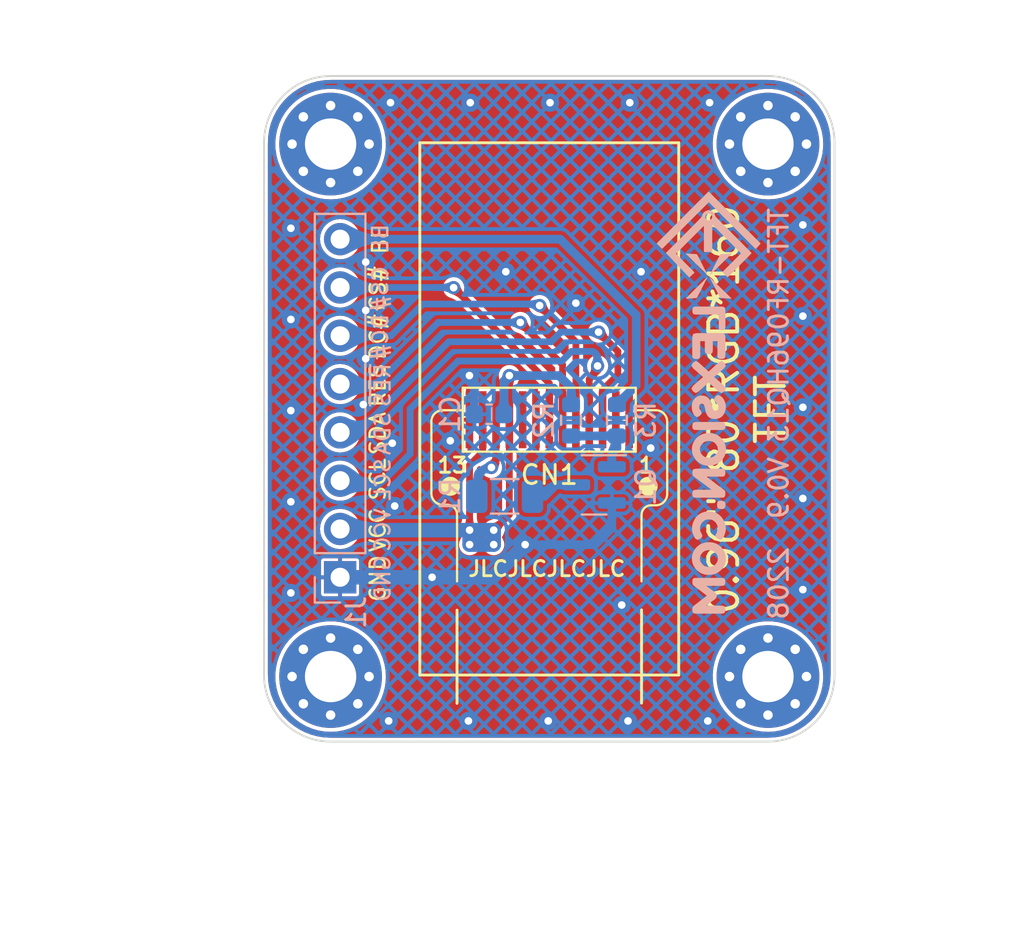
<source format=kicad_pcb>
(kicad_pcb (version 20211014) (generator pcbnew)
  (title_block (title "TFT_ST7735_RF096HQ13") (rev "V0.9") (company "lexsion.net"))
  (layers (0 "F.Cu" signal) (31 "B.Cu" signal) (34 "B.Paste" user) (35 "F.Paste" user) (36 "B.SilkS" user "B.Silkscreen") (37 "F.SilkS" user "F.Silkscreen") (38 "B.Mask" user) (39 "F.Mask" user) (44 "Edge.Cuts" user))
  (net 0 "")
  (net 1 "VCC")
  (net 2 "GND")
  (net 5 "/SDA")
  (net 6 "/SCL")
  (net 7 "/DC")
  (net 8 "/~{RES}")
  (net 9 "/~{CS}")
  (net 11 "Net-(CN1-Pad11)")
  (net 12 "/BL")
  (net 13 "Net-(Q1-Pad1)")
  (net 14 "Net-(Q1-Pad3)")
  (footprint "Lex_LCM_Solder:LCM_Solder_13Pin_0.7mm" (layer "F.Cu") (at 114.119 61.0715)
    (fp_text reference "CN1")
    (fp_text value "TFT_09613")
  )
  (footprint "MountingHole:MountingHole_2.7mm_M2.5_Pad_Via" (layer "F.Cu") (at 102.619 74.577)
    (fp_text reference "REF**" hide)
    (fp_text value "MountingHole_2.7mm_M2.5_Pad_Via")
  )
  (footprint "MountingHole:MountingHole_2.7mm_M2.5_Pad_Via" (layer "F.Cu") (at 125.619 46.577)
    (fp_text reference "REF**" hide)
    (fp_text value "MountingHole_2.7mm_M2.5_Pad_Via")
  )
  (footprint "MountingHole:MountingHole_2.7mm_M2.5_Pad_Via" (layer "F.Cu") (at 125.619 74.5772)
    (fp_text reference "REF**" hide)
    (fp_text value "MountingHole_2.7mm_M2.5_Pad_Via")
  )
  (footprint "MountingHole:MountingHole_2.7mm_M2.5_Pad_Via" (layer "F.Cu") (at 102.619 46.577)
    (fp_text reference "REF**" hide)
    (fp_text value "MountingHole_2.7mm_M2.5_Pad_Via")
  )
  (footprint "Capacitor_SMD:C_0603_1608Metric" (layer "B.Cu") (at 110.957 60.7822 180)
    (fp_text reference "C1")
    (fp_text value "105")
  )
  (footprint "kibuzzard-6211093F" (layer "B.Cu") (at 122.501 63.1952 -90)
    (fp_text reference "kibuzzard-6211093F" hide)
    (fp_text value "G***" hide)
  )
  (footprint "Resistor_SMD:R_0603_1608Metric" (layer "B.Cu") (at 115.262 61.1002 -90)
    (fp_text reference "R2")
    (fp_text value "103")
  )
  (footprint "Connector_PinHeader_2.54mm:PinHeader_1x08_P2.54mm_Vertical" (layer "B.Cu") (at 103.119 69.357)
    (fp_text reference "J1")
    (fp_text value "Conn_01x08_Male")
  )
  (footprint "Lex_LOGO:LexsionFish" (layer "B.Cu") (at 122.501 51.8922 -90)
    (fp_text reference "G***" hide)
    (fp_text value "LOGO" hide)
  )
  (footprint "Package_TO_SOT_SMD:SOT-23" (layer "B.Cu") (at 116.471 64.4982 180)
    (fp_text reference "Q1")
    (fp_text value "S8050")
  )
  (footprint "Resistor_SMD:R_1206_3216Metric" (layer "B.Cu") (at 111.7715 65.1002)
    (fp_text reference "R1")
    (fp_text value "101")
  )
  (footprint "Resistor_SMD:R_0603_1608Metric" (layer "B.Cu") (at 117.675 61.0992 -90)
    (fp_text reference "R3")
    (fp_text value "102")
  )
  (gr_line (start 107.3118 62.9666) (end 107.3118 46.5074) (layer "F.SilkS") (width 0.15))
  (gr_line (start 120.9262 62.9666) (end 120.9262 74.4982) (layer "F.SilkS") (width 0.15))
  (gr_line (start 120.9262 62.9666) (end 120.9262 46.5074) (layer "F.SilkS") (width 0.15))
  (gr_line (start 118.9704 71.0715) (end 118.9704 75.9737) (layer "F.SilkS") (width 0.15))
  (gr_line (start 107.3118 74.4982) (end 120.9262 74.4982) (layer "F.SilkS") (width 0.15))
  (gr_line (start 109.2676 71.0856) (end 109.2676 75.9878) (layer "F.SilkS") (width 0.15))
  (gr_line (start 107.3118 62.9666) (end 107.3118 74.4982) (layer "F.SilkS") (width 0.15))
  (gr_line (start 120.9262 46.5074) (end 107.3118 46.5074) (layer "F.SilkS") (width 0.15))
  (gr_arc (start 129.119 74.4982) (mid 128.093874 76.973074) (end 125.619 77.9982) (layer "Edge.Cuts") (width 0.1))
  (gr_arc (start 102.619 77.9982) (mid 100.144126 76.973074) (end 99.119 74.4982) (layer "Edge.Cuts") (width 0.1))
  (gr_line (start 99.119 74.4982) (end 99.119 46.4982) (layer "Edge.Cuts") (width 0.1))
  (gr_arc (start 99.119 46.4982) (mid 100.144126 44.023326) (end 102.619 42.9982) (layer "Edge.Cuts") (width 0.1))
  (gr_line (start 125.619 77.9982) (end 102.619 77.9982) (layer "Edge.Cuts") (width 0.1))
  (gr_arc (start 125.619 42.9982) (mid 128.093874 44.023326) (end 129.119 46.4982) (layer "Edge.Cuts") (width 0.1))
  (gr_line (start 102.619 42.9982) (end 125.619 42.9982) (layer "Edge.Cuts") (width 0.1))
  (gr_line (start 129.119 46.4982) (end 129.119 74.4982) (layer "Edge.Cuts") (width 0.1))
  (gr_text "~{RES}" (at 105.356 59.2582 90) (layer "B.SilkS") (effects (font (size 0.8 0.8) (thickness 0.12)) (justify mirror)))
  (gr_text "GND" (at 105.356 69.4182 90) (layer "B.SilkS") (effects (font (size 0.8 0.8) (thickness 0.12)) (justify mirror)))
  (gr_text "CS#" (at 105.229 54.1782 90) (layer "B.SilkS") (effects (font (size 0.8 0.8) (thickness 0.12)) (justify mirror)))
  (gr_text "SDA" (at 105.356 61.7982 90) (layer "B.SilkS") (effects (font (size 0.8 0.8) (thickness 0.12)) (justify mirror)))
  (gr_text "DC#" (at 105.229 56.7182 90) (layer "B.SilkS") (effects (font (size 0.8 0.8) (thickness 0.12)) (justify mirror)))
  (gr_text "TFT-RF096HQ13 ${REVISION}" (at 126.184 58.1152 90) (layer "B.SilkS") (effects (font (size 1 1)) (justify mirror)))
  (gr_text "VCC" (at 105.356 66.8782 90) (layer "B.SilkS") (effects (font (size 0.8 0.8) (thickness 0.12)) (justify mirror)))
  (gr_text "SCL" (at 105.356 64.2112 90) (layer "B.SilkS") (effects (font (size 0.8 0.8) (thickness 0.12)) (justify mirror)))
  (gr_text "2208" (at 126.184 69.6722 90) (layer "B.SilkS") (effects (font (size 1 1)) (justify mirror)))
  (gr_text "BL" (at 105.229 51.5112 90) (layer "B.SilkS") (effects (font (size 0.8 0.8) (thickness 0.12)) (justify mirror)))
  (gr_text "CS#" (at 105.102 54.1782 90) (layer "F.SilkS") (effects (font (size 0.8 0.8) (thickness 0.12))))
  (gr_text "GND" (at 105.102 69.4182 90) (layer "F.SilkS") (effects (font (size 0.8 0.8) (thickness 0.12))))
  (gr_text "JLCJLCJLCJLC" (at 113.992 68.9102) (layer "F.SilkS") (effects (font (size 0.8 0.8))))
  (gr_text "0.96{dblquote} 80*RGB*160\nTFT" (at 124.533 60.5282 90) (layer "F.SilkS") (effects (font (size 1.524 1.524) (thickness 0.2032))))
  (gr_text "~{RES}" (at 105.102 59.2582 90) (layer "F.SilkS") (effects (font (size 0.8 0.8) (thickness 0.12))))
  (gr_text "VCC" (at 105.102 66.8782 90) (layer "F.SilkS") (effects (font (size 0.8 0.8) (thickness 0.12))))
  (gr_text "DC#" (at 105.098952 56.7182 90) (layer "F.SilkS") (effects (font (size 0.8 0.8) (thickness 0.12))))
  (gr_text "SCL" (at 105.10199 64.211201 90) (layer "F.SilkS") (effects (font (size 0.8 0.8) (thickness 0.12))))
  (gr_text "BL" (at 105.229 51.6382 90) (layer "F.SilkS") (effects (font (size 0.8 0.8) (thickness 0.12))))
  (gr_text "SDA" (at 105.102 61.7982 90) (layer "F.SilkS") (effects (font (size 0.8 0.8) (thickness 0.12))))
  (segment (start 110.619 62.7582) (end 110.619 61.0715) (width 0.3556) (layer "F.Cu") (net 1))
  (segment (start 109.928 66.8782) (end 109.928 67.6402) (width 0.3556) (layer "F.Cu") (net 1))
  (segment (start 112.019 61.0715) (end 112.019 66.0572) (width 0.3556) (layer "F.Cu") (net 1))
  (segment (start 112.019 66.0572) (end 111.198 66.8782) (width 0.3556) (layer "F.Cu") (net 1))
  (segment (start 111.198 66.8782) (end 111.198 67.6402) (width 0.3556) (layer "F.Cu") (net 1))
  (segment (start 110.619 62.7582) (end 109.928 63.4492) (width 0.3556) (layer "F.Cu") (net 1))
  (segment (start 112.019 61.0715) (end 112.019 58.7502) (width 0.3556) (layer "F.Cu") (net 1))
  (segment (start 109.928 63.4492) (end 109.928 66.8782) (width 0.3556) (layer "F.Cu") (net 1))
  (via (at 109.928 66.8782) (size 0.7) (drill 0.4) (layers "F.Cu" "B.Cu") (net 1))
  (via (at 109.928 67.6402) (size 0.7) (drill 0.4) (layers "F.Cu" "B.Cu") (net 1))
  (via (at 112.019 58.7502) (size 0.7) (drill 0.4) (layers "F.Cu" "B.Cu") (net 1))
  (via (at 111.198 66.8782) (size 0.7) (drill 0.4) (layers "F.Cu" "B.Cu") (net 1))
  (via (at 111.198 67.6402) (size 0.7) (drill 0.4) (layers "F.Cu" "B.Cu") (net 1))
  (segment (start 114.627 58.7502) (end 115.262 59.3852) (width 0.4572) (layer "B.Cu") (net 1))
  (segment (start 111.732 60.7822) (end 111.732 59.0372) (width 0.4572) (layer "B.Cu") (net 1))
  (segment (start 111.732 59.0372) (end 112.019 58.7502) (width 0.4572) (layer "B.Cu") (net 1))
  (segment (start 111.198 66.8782) (end 104.5772 66.8782) (width 0.762) (layer "B.Cu") (net 1))
  (segment (start 109.928 66.8782) (end 109.928 67.6402) (width 0.762) (layer "B.Cu") (net 1))
  (segment (start 104.516 66.817) (end 103.119 66.817) (width 0.762) (layer "B.Cu") (net 1))
  (segment (start 104.5772 66.8782) (end 104.516 66.817) (width 0.762) (layer "B.Cu") (net 1))
  (segment (start 112.019 58.7502) (end 114.627 58.7502) (width 0.4572) (layer "B.Cu") (net 1))
  (segment (start 109.928 67.6402) (end 111.198 67.6402) (width 0.762) (layer "B.Cu") (net 1))
  (segment (start 115.262 59.3852) (end 115.262 60.2752) (width 0.4572) (layer "B.Cu") (net 1))
  (segment (start 111.198 66.8782) (end 111.198 67.6402) (width 0.762) (layer "B.Cu") (net 1))
  (segment (start 113.419 61.0715) (end 113.419 67.0702) (width 0.3556) (layer "F.Cu") (net 2))
  (segment (start 109.919 58.7412) (end 109.674 58.4962) (width 0.762) (layer "F.Cu") (net 2))
  (segment (start 108.785 58.4962) (end 107.9572 59.324) (width 0.762) (layer "F.Cu") (net 2))
  (segment (start 113.419 67.0702) (end 112.849 67.6402) (width 0.3556) (layer "F.Cu") (net 2))
  (segment (start 109.919 58.7502) (end 109.919 58.7412) (width 0.762) (layer "F.Cu") (net 2))
  (segment (start 109.919 61.0715) (end 109.919 58.7502) (width 0.3556) (layer "F.Cu") (net 2))
  (segment (start 109.674 58.4962) (end 108.785 58.4962) (width 0.762) (layer "F.Cu") (net 2))
  (segment (start 107.9572 59.324) (end 107.9572 69.357) (width 0.762) (layer "F.Cu") (net 2))
  (via (at 100.53 51.0032) (size 0.7) (drill 0.4) (layers "F.Cu" "B.Cu") (net 2))
  (via (at 127.454 65.211325) (size 0.7) (drill 0.4) (layers "F.Cu" "B.Cu") (net 2))
  (via (at 108.912 62.1792) (size 0.7) (drill 0.4) (layers "F.Cu" "B.Cu") (net 2))
  (via (at 119.453 62.5602) (size 0.7) (drill 0.4) (layers "F.Cu" "B.Cu") (net 2))
  (via (at 104.467 55.3212) (size 0.7) (drill 0.4) (layers "F.Cu" "B.Cu") (net 2))
  (via (at 111.833 53.2892) (size 0.7) (drill 0.4) (layers "F.Cu" "B.Cu") (net 2))
  (via (at 100.53 70.1802) (size 0.7) (drill 0.4) (layers "F.Cu" "B.Cu") (net 2))
  (via (at 109.868468 76.9112) (size 0.7) (drill 0.4) (layers "F.Cu" "B.Cu") (net 2))
  (via (at 109.919 58.7502) (size 0.7) (drill 0.4) (layers "F.Cu" "B.Cu") (net 2))
  (via (at 104.34 60.2742) (size 0.7) (drill 0.4) (layers "F.Cu" "B.Cu") (net 2))
  (via (at 122.453375 76.9112) (size 0.7) (drill 0.4) (layers "F.Cu" "B.Cu") (net 2))
  (via (at 107.9572 69.357) (size 0.7) (drill 0.4) (layers "F.Cu" "B.Cu") (net 2))
  (via (at 127.454 70.005575) (size 0.7) (drill 0.4) (layers "F.Cu" "B.Cu") (net 2))
  (via (at 104.467 57.8612) (size 0.7) (drill 0.4) (layers "F.Cu" "B.Cu") (net 2))
  (via (at 100.53 60.5917) (size 0.7) (drill 0.4) (layers "F.Cu" "B.Cu") (net 2))
  (via (at 105.991 65.6082) (size 0.7) (drill 0.4) (layers "F.Cu" "B.Cu") (net 2))
  (via (at 127.454 60.417075) (size 0.7) (drill 0.4) (layers "F.Cu" "B.Cu") (net 2))
  (via (at 114.158686 44.3992) (size 0.7) (drill 0.4) (layers "F.Cu" "B.Cu") (net 2))
  (via (at 112.849 67.6402) (size 0.7) (drill 0.4) (layers "F.Cu" "B.Cu") (net 2))
  (via (at 127.454 55.622825) (size 0.7) (drill 0.4) (layers "F.Cu" "B.Cu") (net 2))
  (via (at 117.929 70.8152) (size 0.7) (drill 0.4) (layers "F.Cu" "B.Cu") (net 2))
  (via (at 109.963718 44.3992) (size 0.7) (drill 0.4) (layers "F.Cu" "B.Cu") (net 2))
  (via (at 105.864 62.3062) (size 0.7) (drill 0.4) (layers "F.Cu" "B.Cu") (net 2))
  (via (at 118.258404 76.9112) (size 0.7) (drill 0.4) (layers "F.Cu" "B.Cu") (net 2))
  (via (at 100.53 55.79745) (size 0.7) (drill 0.4) (layers "F.Cu" "B.Cu") (net 2))
  (via (at 127.454 50.828575) (size 0.7) (drill 0.4) (layers "F.Cu" "B.Cu") (net 2))
  (via (at 100.53 65.38595) (size 0.7) (drill 0.4) (layers "F.Cu" "B.Cu") (net 2))
  (via (at 105.76875 44.3992) (size 0.7) (drill 0.4) (layers "F.Cu" "B.Cu") (net 2))
  (via (at 104.467 52.7812) (size 0.7) (drill 0.4) (layers "F.Cu" "B.Cu") (net 2))
  (via (at 105.6735 76.9112) (size 0.7) (drill 0.4) (layers "F.Cu" "B.Cu") (net 2))
  (via (at 118.353654 44.3992) (size 0.7) (drill 0.4) (layers "F.Cu" "B.Cu") (net 2))
  (via (at 115.516 54.9402) (size 0.7) (drill 0.4) (layers "F.Cu" "B.Cu") (net 2))
  (via (at 118.945 53.2892) (size 0.7) (drill 0.4) (layers "F.Cu" "B.Cu") (net 2))
  (via (at 122.548625 44.3992) (size 0.7) (drill 0.4) (layers "F.Cu" "B.Cu") (net 2))
  (via (at 114.063436 76.9112) (size 0.7) (drill 0.4) (layers "F.Cu" "B.Cu") (net 2))
  (segment (start 112.849 67.6402) (end 111.1322 69.357) (width 0.762) (layer "B.Cu") (net 2))
  (segment (start 107.9572 69.357) (end 105.9252 69.357) (width 0.762) (layer "B.Cu") (net 2))
  (segment (start 111.1322 69.357) (end 107.9572 69.357) (width 0.762) (layer "B.Cu") (net 2))
  (segment (start 116.532 67.6402) (end 112.849 67.6402) (width 0.4572) (layer "B.Cu") (net 2))
  (segment (start 117.4085 66.7637) (end 116.532 67.6402) (width 0.4572) (layer "B.Cu") (net 2))
  (segment (start 117.4085 65.4482) (end 117.4085 66.7637) (width 0.4572) (layer "B.Cu") (net 2))
  (segment (start 105.9252 69.357) (end 103.119 69.357) (width 0.762) (layer "B.Cu") (net 2))
  (segment (start 110.182 59.0132) (end 109.919 58.7502) (width 0.4572) (layer "B.Cu") (net 2))
  (segment (start 110.182 60.7822) (end 110.182 59.0132) (width 0.4572) (layer "B.Cu") (net 2))
  (segment (start 117.7258 58.6994) (end 116.919 59.5062) (width 0.3556) (layer "F.Cu") (net 5))
  (segment (start 116.7098 56.4642) (end 117.7258 57.4802) (width 0.3556) (layer "F.Cu") (net 5))
  (segment (start 116.919 59.5062) (end 116.919 61.0715) (width 0.3556) (layer "F.Cu") (net 5))
  (segment (start 117.7258 57.4802) (end 117.7258 58.6994) (width 0.3556) (layer "F.Cu") (net 5))
  (via (at 116.7098 56.4642) (size 0.7) (drill 0.4) (layers "F.Cu" "B.Cu") (net 5))
  (segment (start 114.7286 56.4642) (end 114.2206 56.9722) (width 0.3556) (layer "B.Cu") (net 5))
  (segment (start 108.8358 56.9722) (end 104.071 61.737) (width 0.3556) (layer "B.Cu") (net 5))
  (segment (start 114.2206 56.9722) (end 108.8358 56.9722) (width 0.3556) (layer "B.Cu") (net 5))
  (segment (start 104.071 61.737) (end 103.119 61.737) (width 0.3556) (layer "B.Cu") (net 5))
  (segment (start 116.7098 56.4642) (end 114.7286 56.4642) (width 0.3556) (layer "B.Cu") (net 5))
  (segment (start 116.659 58.2422) (end 116.659 58.4962) (width 0.3556) (layer "F.Cu") (net 6))
  (segment (start 116.659 58.4962) (end 116.219 58.9362) (width 0.3556) (layer "F.Cu") (net 6))
  (segment (start 116.219 58.9362) (end 116.219 61.0715) (width 0.3556) (layer "F.Cu") (net 6))
  (via (at 116.659 58.2422) (size 0.7) (drill 0.4) (layers "F.Cu" "B.Cu") (net 6))
  (segment (start 116.405 57.4802) (end 115.2874 57.4802) (width 0.3556) (layer "B.Cu") (net 6))
  (segment (start 115.2874 57.4802) (end 114.7794 57.9882) (width 0.3556) (layer "B.Cu") (net 6))
  (segment (start 106.8038 62.865) (end 105.3918 64.277) (width 0.3556) (layer "B.Cu") (net 6))
  (segment (start 109.3184 57.9882) (end 106.8038 60.5028) (width 0.3556) (layer "B.Cu") (net 6))
  (segment (start 116.659 57.7342) (end 116.405 57.4802) (width 0.3556) (layer "B.Cu") (net 6))
  (segment (start 114.7794 57.9882) (end 109.3184 57.9882) (width 0.3556) (layer "B.Cu") (net 6))
  (segment (start 116.659 58.2422) (end 116.659 57.7342) (width 0.3556) (layer "B.Cu") (net 6))
  (segment (start 105.3918 64.277) (end 103.119 64.277) (width 0.3556) (layer "B.Cu") (net 6))
  (segment (start 106.8038 60.5028) (end 106.8038 62.865) (width 0.3556) (layer "B.Cu") (net 6))
  (segment (start 115.519 56.9752) (end 115.519 61.0715) (width 0.3556) (layer "F.Cu") (net 7))
  (segment (start 113.611 55.0672) (end 115.519 56.9752) (width 0.3556) (layer "F.Cu") (net 7))
  (via (at 113.611 55.0672) (size 0.7) (drill 0.4) (layers "F.Cu" "B.Cu") (net 7))
  (segment (start 107.4642 54.991) (end 105.7982 56.657) (width 0.3556) (layer "B.Cu") (net 7))
  (segment (start 105.7982 56.657) (end 103.119 56.657) (width 0.3556) (layer "B.Cu") (net 7))
  (segment (start 113.611 55.0672) (end 113.5348 54.991) (width 0.3556) (layer "B.Cu") (net 7))
  (segment (start 113.5348 54.991) (end 107.4642 54.991) (width 0.3556) (layer "B.Cu") (net 7))
  (segment (start 112.595 55.9562) (end 114.819 58.1802) (width 0.3556) (layer "F.Cu") (net 8))
  (segment (start 114.819 58.1802) (end 114.819 61.0715) (width 0.3556) (layer "F.Cu") (net 8))
  (via (at 112.595 55.9562) (size 0.7) (drill 0.4) (layers "F.Cu" "B.Cu") (net 8))
  (segment (start 108.277 55.9562) (end 105.0362 59.197) (width 0.3556) (layer "B.Cu") (net 8))
  (segment (start 105.0362 59.197) (end 103.119 59.197) (width 0.3556) (layer "B.Cu") (net 8))
  (segment (start 112.595 55.9562) (end 108.277 55.9562) (width 0.3556) (layer "B.Cu") (net 8))
  (segment (start 114.119 59.1566) (end 114.119 61.0715) (width 0.3556) (layer "F.Cu") (net 9))
  (segment (start 109.0898 54.1274) (end 114.119 59.1566) (width 0.3556) (layer "F.Cu") (net 9))
  (via (at 109.0898 54.1274) (size 0.7) (drill 0.4) (layers "F.Cu" "B.Cu") (net 9))
  (segment (start 109.0898 54.1274) (end 109.0794 54.117) (width 0.3556) (layer "B.Cu") (net 9))
  (segment (start 109.0794 54.117) (end 103.119 54.117) (width 0.3556) (layer "B.Cu") (net 9))
  (segment (start 111.319 61.0715) (end 111.319 63.340758) (width 0.3556) (layer "F.Cu") (net 11))
  (segment (start 111.319 63.340758) (end 111.077279 63.582479) (width 0.3556) (layer "F.Cu") (net 11))
  (via (at 111.077279 63.582479) (size 0.7) (drill 0.4) (layers "F.Cu" "B.Cu") (net 11))
  (segment (start 111.077279 63.582479) (end 110.810721 63.582479) (width 0.3556) (layer "B.Cu") (net 11))
  (segment (start 110.309 64.0842) (end 110.309 65.1002) (width 0.3556) (layer "B.Cu") (net 11))
  (segment (start 110.810721 63.582479) (end 110.309 64.0842) (width 0.3556) (layer "B.Cu") (net 11))
  (segment (start 118.691 55.5752) (end 114.6928 51.577) (width 0.4572) (layer "B.Cu") (net 12))
  (segment (start 114.6928 51.577) (end 103.119 51.577) (width 0.4572) (layer "B.Cu") (net 12))
  (segment (start 117.675 60.2742) (end 118.691 59.2582) (width 0.4572) (layer "B.Cu") (net 12))
  (segment (start 118.691 59.2582) (end 118.691 55.5752) (width 0.4572) (layer "B.Cu") (net 12))
  (segment (start 117.4085 63.5482) (end 117.4085 62.8267) (width 0.4572) (layer "B.Cu") (net 13))
  (segment (start 115.262 61.9252) (end 117.674 61.9252) (width 0.4572) (layer "B.Cu") (net 13))
  (segment (start 117.674 61.9252) (end 117.675 61.9242) (width 0.4572) (layer "B.Cu") (net 13))
  (segment (start 117.675 62.5602) (end 117.675 61.9242) (width 0.4572) (layer "B.Cu") (net 13))
  (segment (start 117.4085 62.8267) (end 117.675 62.5602) (width 0.4572) (layer "B.Cu") (net 13))
  (segment (start 114.467 64.4982) (end 113.865 65.1002) (width 0.4572) (layer "B.Cu") (net 14))
  (segment (start 113.865 65.1002) (end 113.234 65.1002) (width 0.4572) (layer "B.Cu") (net 14))
  (segment (start 115.5335 64.4982) (end 114.467 64.4982) (width 0.4572) (layer "B.Cu") (net 14))
  (zone (net 6) (net_name "/SCL") (layer "F.Cu") (priority 16962) (connect_pads yes (clearance 0)) (min_thickness 0.0254) (fill yes (thermal_gap 0.508) (thermal_bridge_width 0.508))
    (polygon (pts (xy 116.3968 59.073946) (xy 116.405944 58.966209) (xy 116.431658 58.880544) (xy 116.471362 58.812625) (xy 116.522474 58.758123) (xy 116.582415 58.712711) (xy 116.648606 58.672062) (xy 116.718465 58.631848) (xy 116.789412 58.587741) (xy 116.858868 58.535415) (xy 116.924253 58.470542) (xy 116.703943 58.07307) (xy 116.315385 58.308746) (xy 116.322668 58.396449) (xy 116.310511 58.471386) (xy 116.283312 58.537412) (xy 116.245468 58.598383) (xy 116.20138 58.658153) (xy 116.155444 58.720579) (xy 116.11206 58.789516) (xy 116.075625 58.868819) (xy 116.050539 58.962343) (xy 116.0412 59.073946)))
  )
  (zone (net 1) (net_name "VCC") (layer "F.Cu") (priority 16962) (connect_pads yes (clearance 0)) (min_thickness 0.0254) (fill yes (thermal_gap 0.508) (thermal_bridge_width 0.508))
    (polygon (pts (xy 111.226425 66.598328) (xy 111.139375 66.695902) (xy 111.077173 66.78743) (xy 111.034893 66.874457) (xy 111.007609 66.958532) (xy 110.990396 67.041202) (xy 110.978329 67.124014) (xy 110.96648 67.208516) (xy 110.949927 67.296256) (xy 110.923741 67.388781) (xy 110.883 67.487639) (xy 111.198 67.8152) (xy 111.513 67.487639) (xy 111.478961 67.420219) (xy 111.445066 67.35503) (xy 111.413804 67.291539) (xy 111.387664 67.229211) (xy 111.369139 67.167513) (xy 111.360717 67.10591) (xy 111.364889 67.043868) (xy 111.384145 66.980855) (xy 111.420976 66.916335) (xy 111.477872 66.849775)))
  )
  (zone (net 1) (net_name "VCC") (layer "F.Cu") (priority 16962) (connect_pads yes (clearance 0)) (min_thickness 0.0254) (fill yes (thermal_gap 0.508) (thermal_bridge_width 0.508))
    (polygon (pts (xy 112.1968 59.7202) (xy 112.196755 59.604627) (xy 112.197251 59.504572) (xy 112.199232 59.417033) (xy 112.203642 59.339013) (xy 112.211425 59.267509) (xy 112.223527 59.199524) (xy 112.240891 59.132056) (xy 112.264461 59.062106) (xy 112.295183 58.986674) (xy 112.334 58.902761) (xy 112.019 58.5752) (xy 111.704 58.902761) (xy 111.742816 58.986674) (xy 111.773538 59.062106) (xy 111.797108 59.132056) (xy 111.814472 59.199524) (xy 111.826574 59.267509) (xy 111.834357 59.339013) (xy 111.838767 59.417033) (xy 111.840748 59.504572) (xy 111.841244 59.604627) (xy 111.8412 59.7202)))
  )
  (zone (net 5) (net_name "/SDA") (layer "F.Cu") (priority 16962) (connect_pads yes (clearance 0)) (min_thickness 0.0254) (fill yes (thermal_gap 0.508) (thermal_bridge_width 0.508))
    (polygon (pts (xy 116.7412 60.5215) (xy 116.741408 60.590135) (xy 116.74193 60.656515) (xy 116.742614 60.719622) (xy 116.743304 60.77844) (xy 116.743848 60.831951) (xy 116.744092 60.87914) (xy 116.743883 60.918988) (xy 116.743067 60.950479) (xy 116.74149 60.972596) (xy 116.739 60.984323) (xy 116.919 61.1715) (xy 117.099 60.984323) (xy 117.096509 60.972596) (xy 117.094932 60.950479) (xy 117.094116 60.918988) (xy 117.093907 60.87914) (xy 117.094151 60.831951) (xy 117.094695 60.77844) (xy 117.095385 60.719622) (xy 117.096069 60.656515) (xy 117.096591 60.590135) (xy 117.0968 60.5215)))
  )
  (zone (net 5) (net_name "/SDA") (layer "F.Cu") (priority 16962) (connect_pads yes (clearance 0)) (min_thickness 0.0254) (fill yes (thermal_gap 0.508) (thermal_bridge_width 0.508))
    (polygon (pts (xy 117.521416 57.024369) (xy 117.439662 56.942678) (xy 117.369263 56.871578) (xy 117.308765 56.808278) (xy 117.256714 56.749991) (xy 117.211657 56.693927) (xy 117.172141 56.637297) (xy 117.136712 56.577312) (xy 117.103917 56.511183) (xy 117.072302 56.436122) (xy 117.040415 56.349339) (xy 116.586057 56.340457) (xy 116.594939 56.794815) (xy 116.681722 56.826702) (xy 116.756783 56.858317) (xy 116.822912 56.891112) (xy 116.882897 56.926541) (xy 116.939527 56.966057) (xy 116.995591 57.011114) (xy 117.053878 57.063165) (xy 117.117178 57.123663) (xy 117.188278 57.194062) (xy 117.269969 57.275816)))
  )
  (zone (net 1) (net_name "VCC") (layer "F.Cu") (priority 16962) (connect_pads yes (clearance 0)) (min_thickness 0.0254) (fill yes (thermal_gap 0.508) (thermal_bridge_width 0.508))
    (polygon (pts (xy 111.758169 66.066584) (xy 111.676478 66.148337) (xy 111.605378 66.218736) (xy 111.542078 66.279234) (xy 111.483791 66.331285) (xy 111.427727 66.376342) (xy 111.371097 66.415858) (xy 111.311112 66.451287) (xy 111.244983 66.484082) (xy 111.169922 66.515697) (xy 111.083139 66.547585) (xy 111.074257 67.001943) (xy 111.528615 66.993061) (xy 111.560502 66.906277) (xy 111.592117 66.831216) (xy 111.624912 66.765087) (xy 111.660341 66.705102) (xy 111.699857 66.648472) (xy 111.744914 66.592408) (xy 111.796965 66.534121) (xy 111.857463 66.470821) (xy 111.927862 66.399721) (xy 112.009616 66.318031)))
  )
  (zone (net 1) (net_name "VCC") (layer "F.Cu") (priority 16962) (connect_pads yes (clearance 0)) (min_thickness 0.0254) (fill yes (thermal_gap 0.508) (thermal_bridge_width 0.508))
    (polygon (pts (xy 111.3758 67.6302) (xy 111.37589 67.553462) (xy 111.376521 67.483157) (xy 111.378229 67.41888) (xy 111.381552 67.360229) (xy 111.387028 67.306799) (xy 111.395195 67.258189) (xy 111.40659 67.213995) (xy 111.421751 67.173814) (xy 111.441217 67.137242) (xy 111.465524 67.103878) (xy 111.198 66.7032) (xy 110.930476 67.103878) (xy 110.954782 67.137242) (xy 110.974248 67.173814) (xy 110.989409 67.213995) (xy 111.000804 67.258189) (xy 111.008971 67.306799) (xy 111.014447 67.360229) (xy 111.01777 67.41888) (xy 111.019478 67.483157) (xy 111.020109 67.553462) (xy 111.0202 67.6302)))
  )
  (zone (net 1) (net_name "VCC") (layer "F.Cu") (priority 16962) (connect_pads yes (clearance 0)) (min_thickness 0.0254) (fill yes (thermal_gap 0.508) (thermal_bridge_width 0.508))
    (polygon (pts (xy 110.1058 67.6302) (xy 110.10589 67.553462) (xy 110.106521 67.483157) (xy 110.108229 67.41888) (xy 110.111552 67.360229) (xy 110.117028 67.306799) (xy 110.125195 67.258189) (xy 110.13659 67.213995) (xy 110.151751 67.173814) (xy 110.171217 67.137242) (xy 110.195524 67.103878) (xy 109.928 66.7032) (xy 109.660476 67.103878) (xy 109.684782 67.137242) (xy 109.704248 67.173814) (xy 109.719409 67.213995) (xy 109.730804 67.258189) (xy 109.738971 67.306799) (xy 109.744447 67.360229) (xy 109.74777 67.41888) (xy 109.749478 67.483157) (xy 109.750109 67.553462) (xy 109.7502 67.6302)))
  )
  (zone (net 6) (net_name "/SCL") (layer "F.Cu") (priority 16962) (connect_pads yes (clearance 0)) (min_thickness 0.0254) (fill yes (thermal_gap 0.508) (thermal_bridge_width 0.508))
    (polygon (pts (xy 116.0412 60.5215) (xy 116.041408 60.590135) (xy 116.04193 60.656515) (xy 116.042614 60.719622) (xy 116.043304 60.77844) (xy 116.043848 60.831951) (xy 116.044092 60.87914) (xy 116.043883 60.918988) (xy 116.043067 60.950479) (xy 116.04149 60.972596) (xy 116.039 60.984323) (xy 116.219 61.1715) (xy 116.399 60.984323) (xy 116.396509 60.972596) (xy 116.394932 60.950479) (xy 116.394116 60.918988) (xy 116.393907 60.87914) (xy 116.394151 60.831951) (xy 116.394695 60.77844) (xy 116.395385 60.719622) (xy 116.396069 60.656515) (xy 116.396591 60.590135) (xy 116.3968 60.5215)))
  )
  (zone (net 1) (net_name "VCC") (layer "F.Cu") (priority 16962) (connect_pads yes (clearance 0)) (min_thickness 0.0254) (fill yes (thermal_gap 0.508) (thermal_bridge_width 0.508))
    (polygon (pts (xy 109.7502 65.9082) (xy 109.750244 66.023772) (xy 109.749748 66.123827) (xy 109.747767 66.211366) (xy 109.743357 66.289386) (xy 109.735574 66.36089) (xy 109.723472 66.428875) (xy 109.706108 66.496343) (xy 109.682538 66.566293) (xy 109.651816 66.641725) (xy 109.613 66.725639) (xy 109.928 67.0532) (xy 110.243 66.725639) (xy 110.204183 66.641725) (xy 110.173461 66.566293) (xy 110.149891 66.496343) (xy 110.132527 66.428875) (xy 110.120425 66.36089) (xy 110.112642 66.289386) (xy 110.108232 66.211366) (xy 110.106251 66.123827) (xy 110.105755 66.023772) (xy 110.1058 65.9082)))
  )
  (zone (net 8) (net_name "/~{RES}") (layer "F.Cu") (priority 16962) (connect_pads yes (clearance 0)) (min_thickness 0.0254) (fill yes (thermal_gap 0.508) (thermal_bridge_width 0.508))
    (polygon (pts (xy 114.6412 60.5215) (xy 114.641408 60.590135) (xy 114.64193 60.656515) (xy 114.642614 60.719622) (xy 114.643304 60.77844) (xy 114.643848 60.831951) (xy 114.644092 60.87914) (xy 114.643883 60.918988) (xy 114.643067 60.950479) (xy 114.64149 60.972596) (xy 114.639 60.984323) (xy 114.819 61.1715) (xy 114.999 60.984323) (xy 114.996509 60.972596) (xy 114.994932 60.950479) (xy 114.994116 60.918988) (xy 114.993907 60.87914) (xy 114.994151 60.831951) (xy 114.994695 60.77844) (xy 114.995385 60.719622) (xy 114.996069 60.656515) (xy 114.996591 60.590135) (xy 114.9968 60.5215)))
  )
  (zone (net 9) (net_name "/~{CS}") (layer "F.Cu") (priority 16962) (connect_pads yes (clearance 0)) (min_thickness 0.0254) (fill yes (thermal_gap 0.508) (thermal_bridge_width 0.508))
    (polygon (pts (xy 113.9412 60.5215) (xy 113.941408 60.590135) (xy 113.94193 60.656515) (xy 113.942614 60.719622) (xy 113.943304 60.77844) (xy 113.943848 60.831951) (xy 113.944092 60.87914) (xy 113.943883 60.918988) (xy 113.943067 60.950479) (xy 113.94149 60.972596) (xy 113.939 60.984323) (xy 114.119 61.1715) (xy 114.299 60.984323) (xy 114.296509 60.972596) (xy 114.294932 60.950479) (xy 114.294116 60.918988) (xy 114.293907 60.87914) (xy 114.294151 60.831951) (xy 114.294695 60.77844) (xy 114.295385 60.719622) (xy 114.296069 60.656515) (xy 114.296591 60.590135) (xy 114.2968 60.5215)))
  )
  (zone (net 9) (net_name "/~{CS}") (layer "F.Cu") (priority 16962) (connect_pads yes (clearance 0)) (min_thickness 0.0254) (fill yes (thermal_gap 0.508) (thermal_bridge_width 0.508))
    (polygon (pts (xy 109.901416 54.687569) (xy 109.819662 54.605878) (xy 109.749263 54.534778) (xy 109.688765 54.471478) (xy 109.636714 54.413191) (xy 109.591657 54.357127) (xy 109.552141 54.300497) (xy 109.516712 54.240512) (xy 109.483917 54.174383) (xy 109.452302 54.099322) (xy 109.420415 54.012539) (xy 108.966057 54.003657) (xy 108.974939 54.458015) (xy 109.061722 54.489902) (xy 109.136783 54.521517) (xy 109.202912 54.554312) (xy 109.262897 54.589741) (xy 109.319527 54.629257) (xy 109.375591 54.674314) (xy 109.433878 54.726365) (xy 109.497178 54.786863) (xy 109.568278 54.857262) (xy 109.649969 54.939016)))
  )
  (zone (net 1) (net_name "VCC") (layer "F.Cu") (priority 16962) (connect_pads yes (clearance 0)) (min_thickness 0.0254) (fill yes (thermal_gap 0.508) (thermal_bridge_width 0.508))
    (polygon (pts (xy 112.1968 61.6215) (xy 112.196591 61.552864) (xy 112.196069 61.486484) (xy 112.195385 61.423377) (xy 112.194695 61.364559) (xy 112.194151 61.311048) (xy 112.193907 61.263859) (xy 112.194116 61.224011) (xy 112.194932 61.19252) (xy 112.196509 61.170403) (xy 112.199 61.158677) (xy 112.019 60.9715) (xy 111.839 61.158677) (xy 111.84149 61.170403) (xy 111.843067 61.19252) (xy 111.843883 61.224011) (xy 111.844092 61.263859) (xy 111.843848 61.311048) (xy 111.843304 61.364559) (xy 111.842614 61.423377) (xy 111.84193 61.486484) (xy 111.841408 61.552864) (xy 111.8412 61.6215)))
  )
  (zone (net 7) (net_name "/DC") (layer "F.Cu") (priority 16962) (connect_pads yes (clearance 0)) (min_thickness 0.0254) (fill yes (thermal_gap 0.508) (thermal_bridge_width 0.508))
    (polygon (pts (xy 115.3412 60.5215) (xy 115.341408 60.590135) (xy 115.34193 60.656515) (xy 115.342614 60.719622) (xy 115.343304 60.77844) (xy 115.343848 60.831951) (xy 115.344092 60.87914) (xy 115.343883 60.918988) (xy 115.343067 60.950479) (xy 115.34149 60.972596) (xy 115.339 60.984323) (xy 115.519 61.1715) (xy 115.699 60.984323) (xy 115.696509 60.972596) (xy 115.694932 60.950479) (xy 115.694116 60.918988) (xy 115.693907 60.87914) (xy 115.694151 60.831951) (xy 115.694695 60.77844) (xy 115.695385 60.719622) (xy 115.696069 60.656515) (xy 115.696591 60.590135) (xy 115.6968 60.5215)))
  )
  (zone (net 11) (net_name "Net-(CN1-Pad11)") (layer "F.Cu") (priority 16962) (connect_pads yes (clearance 0)) (min_thickness 0.0254) (fill yes (thermal_gap 0.508) (thermal_bridge_width 0.508))
    (polygon (pts (xy 111.4968 61.6215) (xy 111.496591 61.552864) (xy 111.496069 61.486484) (xy 111.495385 61.423377) (xy 111.494695 61.364559) (xy 111.494151 61.311048) (xy 111.493907 61.263859) (xy 111.494116 61.224011) (xy 111.494932 61.19252) (xy 111.496509 61.170403) (xy 111.499 61.158677) (xy 111.319 60.9715) (xy 111.139 61.158677) (xy 111.14149 61.170403) (xy 111.143067 61.19252) (xy 111.143883 61.224011) (xy 111.144092 61.263859) (xy 111.143848 61.311048) (xy 111.143304 61.364559) (xy 111.142614 61.423377) (xy 111.14193 61.486484) (xy 111.141408 61.552864) (xy 111.1412 61.6215)))
  )
  (zone (net 7) (net_name "/DC") (layer "F.Cu") (priority 16962) (connect_pads yes (clearance 0)) (min_thickness 0.0254) (fill yes (thermal_gap 0.508) (thermal_bridge_width 0.508))
    (polygon (pts (xy 114.422616 55.627369) (xy 114.340862 55.545678) (xy 114.270463 55.474578) (xy 114.209965 55.411278) (xy 114.157914 55.352991) (xy 114.112857 55.296927) (xy 114.073341 55.240297) (xy 114.037912 55.180312) (xy 114.005117 55.114183) (xy 113.973502 55.039122) (xy 113.941615 54.952339) (xy 113.487257 54.943457) (xy 113.496139 55.397815) (xy 113.582922 55.429702) (xy 113.657983 55.461317) (xy 113.724112 55.494112) (xy 113.784097 55.529541) (xy 113.840727 55.569057) (xy 113.896791 55.614114) (xy 113.955078 55.666165) (xy 114.018378 55.726663) (xy 114.089478 55.797062) (xy 114.171169 55.878816)))
  )
  (zone (net 1) (net_name "VCC") (layer "F.Cu") (priority 16962) (connect_pads yes (clearance 0)) (min_thickness 0.0254) (fill yes (thermal_gap 0.508) (thermal_bridge_width 0.508))
    (polygon (pts (xy 110.7968 61.6215) (xy 110.796591 61.552864) (xy 110.796069 61.486484) (xy 110.795385 61.423377) (xy 110.794695 61.364559) (xy 110.794151 61.311048) (xy 110.793907 61.263859) (xy 110.794116 61.224011) (xy 110.794932 61.19252) (xy 110.796509 61.170403) (xy 110.799 61.158677) (xy 110.619 60.9715) (xy 110.439 61.158677) (xy 110.44149 61.170403) (xy 110.443067 61.19252) (xy 110.443883 61.224011) (xy 110.444092 61.263859) (xy 110.443848 61.311048) (xy 110.443304 61.364559) (xy 110.442614 61.423377) (xy 110.44193 61.486484) (xy 110.441408 61.552864) (xy 110.4412 61.6215)))
  )
  (zone (net 2) (net_name "GND") (layer "F.Cu") (connect_pads (clearance 0.2032)) (min_thickness 0.1524) (fill yes (thermal_gap 0.1524) (thermal_bridge_width 0.2032))
    (polygon (pts (arc (start 129.119 46.4982) (mid 128.093874 44.023326) (end 125.619 42.9982)) (arc (start 102.619 42.9982) (mid 100.144126 44.023326) (end 99.119 46.4982)) (arc (start 99.119 74.4982) (mid 100.144126 76.973074) (end 102.619 77.9982)) (arc (start 125.619 77.9982) (mid 128.093874 76.973074) (end 129.119 74.4982))))
  )
  (zone (net 8) (net_name "/~{RES}") (layer "F.Cu") (priority 16962) (connect_pads yes (clearance 0)) (min_thickness 0.0254) (fill yes (thermal_gap 0.508) (thermal_bridge_width 0.508))
    (polygon (pts (xy 113.406616 56.516369) (xy 113.324862 56.434678) (xy 113.254463 56.363578) (xy 113.193965 56.300278) (xy 113.141914 56.241991) (xy 113.096857 56.185927) (xy 113.057341 56.129297) (xy 113.021912 56.069312) (xy 112.989117 56.003183) (xy 112.957502 55.928122) (xy 112.925615 55.841339) (xy 112.471257 55.832457) (xy 112.480139 56.286815) (xy 112.566922 56.318702) (xy 112.641983 56.350317) (xy 112.708112 56.383112) (xy 112.768097 56.418541) (xy 112.824727 56.458057) (xy 112.880791 56.503114) (xy 112.939078 56.555165) (xy 113.002378 56.615663) (xy 113.073478 56.686062) (xy 113.155169 56.767816)))
  )
  (zone (net 11) (net_name "Net-(CN1-Pad11)") (layer "F.Cu") (priority 16962) (connect_pads yes (clearance 0)) (min_thickness 0.0254) (fill yes (thermal_gap 0.508) (thermal_bridge_width 0.508))
    (polygon (pts (xy 111.1412 62.690758) (xy 111.141811 62.776857) (xy 111.142523 62.855993) (xy 111.141647 62.928317) (xy 111.137497 62.993982) (xy 111.128387 63.053141) (xy 111.112628 63.105947) (xy 111.088536 63.152551) (xy 111.054422 63.193107) (xy 111.008601 63.227767) (xy 110.949385 63.256684) (xy 110.958545 63.711037) (xy 111.412193 63.684125) (xy 111.44259 63.577418) (xy 111.465283 63.482731) (xy 111.481334 63.39617) (xy 111.491802 63.313842) (xy 111.49775 63.231855) (xy 111.500237 63.146314) (xy 111.500324 63.053327) (xy 111.499073 62.949) (xy 111.497545 62.829442) (xy 111.4968 62.690758)))
  )
  (zone (net 1) (net_name "VCC") (layer "F.Cu") (priority 16962) (connect_pads yes (clearance 0)) (min_thickness 0.0254) (fill yes (thermal_gap 0.508) (thermal_bridge_width 0.508))
    (polygon (pts (xy 109.7502 66.6602) (xy 109.75029 66.777155) (xy 109.749913 66.878422) (xy 109.748091 66.967032) (xy 109.743851 67.046018) (xy 109.736216 67.118413) (xy 109.724212 67.187248) (xy 109.706864 67.255556) (xy 109.683196 67.326369) (xy 109.652233 67.402719) (xy 109.613 67.487639) (xy 109.928 67.8152) (xy 110.243 67.487639) (xy 110.203766 67.402719) (xy 110.172803 67.326369) (xy 110.149135 67.255556) (xy 110.131787 67.187248) (xy 110.119783 67.118413) (xy 110.112148 67.046018) (xy 110.107908 66.967032) (xy 110.106086 66.878422) (xy 110.105709 66.777155) (xy 110.1058 66.6602)))
  )
  (zone (net 1) (net_name "VCC") (layer "F.Cu") (priority 16962) (connect_pads yes (clearance 0)) (min_thickness 0.0254) (fill yes (thermal_gap 0.508) (thermal_bridge_width 0.508))
    (polygon (pts (xy 111.8412 60.5215) (xy 111.841408 60.590135) (xy 111.84193 60.656515) (xy 111.842614 60.719622) (xy 111.843304 60.77844) (xy 111.843848 60.831951) (xy 111.844092 60.87914) (xy 111.843883 60.918988) (xy 111.843067 60.950479) (xy 111.84149 60.972596) (xy 111.839 60.984323) (xy 112.019 61.1715) (xy 112.199 60.984323) (xy 112.196509 60.972596) (xy 112.194932 60.950479) (xy 112.194116 60.918988) (xy 112.193907 60.87914) (xy 112.194151 60.831951) (xy 112.194695 60.77844) (xy 112.195385 60.719622) (xy 112.196069 60.656515) (xy 112.196591 60.590135) (xy 112.1968 60.5215)))
  )
  (zone (net 13) (net_name "Net-(Q1-Pad1)") (layer "B.Cu") (priority 16962) (connect_pads yes (clearance 0)) (min_thickness 0.0254) (fill yes (thermal_gap 0.508) (thermal_bridge_width 0.508))
    (polygon (pts (xy 117.6371 62.933812) (xy 117.644067 62.806631) (xy 117.663641 62.699949) (xy 117.69383 62.609715) (xy 117.732641 62.531882) (xy 117.778081 62.4624) (xy 117.828159 62.397221) (xy 117.880882 62.332296) (xy 117.934258 62.263575) (xy 117.986295 62.187011) (xy 118.035 62.098555) (xy 117.675 61.7242) (xy 117.315 62.098555) (xy 117.34557 62.181449) (xy 117.355235 62.256895) (xy 117.348162 62.327738) (xy 117.328516 62.396823) (xy 117.300463 62.466997) (xy 117.268169 62.541106) (xy 117.2358 62.621996) (xy 117.207521 62.712513) (xy 117.187499 62.815503) (xy 117.1799 62.933812)))
  )
  (zone (net 14) (net_name "Net-(Q1-Pad3)") (layer "B.Cu") (priority 16962) (connect_pads yes (clearance 0)) (min_thickness 0.0254) (fill yes (thermal_gap 0.508) (thermal_bridge_width 0.508))
    (polygon (pts (xy 114.7035 64.7268) (xy 114.803249 64.725569) (xy 114.893162 64.722607) (xy 114.974442 64.719012) (xy 115.048292 64.715879) (xy 115.115915 64.714306) (xy 115.178514 64.715387) (xy 115.237292 64.720221) (xy 115.293453 64.729903) (xy 115.348199 64.745531) (xy 115.402734 64.7682) (xy 115.6835 64.4982) (xy 115.402734 64.2282) (xy 115.348199 64.250868) (xy 115.293453 64.266496) (xy 115.237292 64.276178) (xy 115.178514 64.281012) (xy 115.115915 64.282093) (xy 115.048292 64.28052) (xy 114.974442 64.277387) (xy 114.893162 64.273792) (xy 114.803249 64.27083) (xy 114.7035 64.2696)))
  )
  (zone (net 1) (net_name "VCC") (layer "B.Cu") (priority 16962) (connect_pads yes (clearance 0)) (min_thickness 0.0254) (fill yes (thermal_gap 0.508) (thermal_bridge_width 0.508))
    (polygon (pts (xy 105.47365 66.4972) (xy 105.191255 66.494531) (xy 104.948796 66.485734) (xy 104.738295 66.469618) (xy 104.551775 66.444994) (xy 104.381259 66.410674) (xy 104.218767 66.365467) (xy 104.056324 66.308186) (xy 103.885951 66.23764) (xy 103.69967 66.152641) (xy 103.489506 66.052) (xy 102.694 66.817) (xy 103.489506 67.582) (xy 103.697903 67.485793) (xy 103.883777 67.410681) (xy 104.054743 67.354081) (xy 104.218415 67.313409) (xy 104.382405 67.286081) (xy 104.55433 67.269515) (xy 104.741803 67.261127) (xy 104.952437 67.258334) (xy 105.193848 67.258553) (xy 105.47365 67.2592)))
  )
  (zone (net 14) (net_name "Net-(Q1-Pad3)") (layer "B.Cu") (priority 16962) (connect_pads yes (clearance 0)) (min_thickness 0.0254) (fill yes (thermal_gap 0.508) (thermal_bridge_width 0.508))
    (polygon (pts (xy 114.567143 64.2696) (xy 114.410214 64.284236) (xy 114.276804 64.323083) (xy 114.162105 64.378545) (xy 114.061308 64.443025) (xy 113.969605 64.508929) (xy 113.882186 64.56866) (xy 113.794244 64.614623) (xy 113.700969 64.639223) (xy 113.597553 64.634864) (xy 113.479188 64.59395) (xy 112.95275 65.1002) (xy 113.479188 65.60645) (xy 113.617979 65.520206) (xy 113.726212 65.417601) (xy 113.812847 65.304628) (xy 113.886842 65.187277) (xy 113.957159 65.071542) (xy 114.032756 64.963413) (xy 114.122593 64.868882) (xy 114.23563 64.793942) (xy 114.380826 64.744584) (xy 114.567143 64.7268)))
  )
  (zone (net 7) (net_name "/DC") (layer "B.Cu") (priority 16962) (connect_pads yes (clearance 0)) (min_thickness 0.0254) (fill yes (thermal_gap 0.508) (thermal_bridge_width 0.508))
    (polygon (pts (xy 112.6348 55.1688) (xy 112.744134 55.168462) (xy 112.83996 55.16837) (xy 112.924562 55.169904) (xy 113.000222 55.174442) (xy 113.069224 55.183365) (xy 113.133852 55.198052) (xy 113.196389 55.219884) (xy 113.259119 55.250239) (xy 113.324326 55.290498) (xy 113.394293 55.342041) (xy 113.781909 55.104817) (xy 113.529717 54.72677) (xy 113.432141 54.749402) (xy 113.346024 54.7677) (xy 113.267743 54.782121) (xy 113.193674 54.793127) (xy 113.120194 54.801177) (xy 113.043679 54.806732) (xy 112.960506 54.810252) (xy 112.86705 54.812196) (xy 112.759689 54.813025) (xy 112.6348 54.8132)))
  )
  (zone (net 5) (net_name "/SDA") (layer "B.Cu") (priority 16962) (connect_pads yes (clearance 0)) (min_thickness 0.0254) (fill yes (thermal_gap 0.508) (thermal_bridge_width 0.508))
    (polygon (pts (xy 115.7398 56.642) (xy 115.855372 56.641955) (xy 115.955427 56.642451) (xy 116.042966 56.644432) (xy 116.120986 56.648842) (xy 116.19249 56.656625) (xy 116.260475 56.668727) (xy 116.327943 56.686091) (xy 116.397893 56.709661) (xy 116.473325 56.740383) (xy 116.557239 56.7792) (xy 116.8848 56.4642) (xy 116.557239 56.1492) (xy 116.473325 56.188016) (xy 116.397893 56.218738) (xy 116.327943 56.242308) (xy 116.260475 56.259672) (xy 116.19249 56.271774) (xy 116.120986 56.279557) (xy 116.042966 56.283967) (xy 115.955427 56.285948) (xy 115.855372 56.286444) (xy 115.7398 56.2864)))
  )
  (zone (net 2) (net_name "GND") (layer "B.Cu") (connect_pads (clearance 0.2032)) (min_thickness 0.1524) (fill yes (mode hatch) (thermal_gap 0.1524) (thermal_bridge_width 0.2032) (hatch_thickness 0.2032) (hatch_gap 0.508) (hatch_orientation 45) (hatch_border_algorithm hatch_thickness) (hatch_min_hole_area 0.3))
    (polygon (pts (arc (start 129.119 46.4982) (mid 128.093874 44.023326) (end 125.619 42.9982)) (arc (start 102.619 42.9982) (mid 100.144126 44.023326) (end 99.119 46.4982)) (arc (start 99.119 74.4982) (mid 100.144126 76.973074) (end 102.619 77.9982)) (arc (start 125.619 77.9982) (mid 128.093874 76.973074) (end 129.119 74.4982))))
  )
  (zone (net 12) (net_name "/BL") (layer "B.Cu") (priority 16962) (connect_pads yes (clearance 0)) (min_thickness 0.0254) (fill yes (thermal_gap 0.508) (thermal_bridge_width 0.508))
    (polygon (pts (xy 105.489 51.3484) (xy 105.203197 51.343896) (xy 104.960774 51.330003) (xy 104.752617 51.306147) (xy 104.569613 51.271754) (xy 104.40265 51.226251) (xy 104.242615 51.169064) (xy 104.080396 51.099618) (xy 103.90688 51.017342) (xy 103.712954 50.92166) (xy 103.489506 50.812) (xy 102.694 51.577) (xy 103.489506 52.342) (xy 103.712954 52.232339) (xy 103.90688 52.136657) (xy 104.080396 52.054381) (xy 104.242615 51.984935) (xy 104.40265 51.927748) (xy 104.569613 51.882245) (xy 104.752617 51.847852) (xy 104.960774 51.823996) (xy 105.203197 51.810103) (xy 105.489 51.8056)))
  )
  (zone (net 12) (net_name "/BL") (layer "B.Cu") (priority 16962) (connect_pads yes (clearance 0)) (min_thickness 0.0254) (fill yes (thermal_gap 0.508) (thermal_bridge_width 0.508))
    (polygon (pts (xy 118.298243 59.327668) (xy 118.20518 59.421555) (xy 118.124342 59.503675) (xy 118.052611 59.575355) (xy 117.986873 59.637923) (xy 117.924008 59.692708) (xy 117.860903 59.741037) (xy 117.794438 59.784238) (xy 117.721499 59.823639) (xy 117.638968 59.860568) (xy 117.54373 59.896354) (xy 117.533579 60.415621) (xy 118.052846 60.40547) (xy 118.088631 60.310231) (xy 118.12556 60.2277) (xy 118.164961 60.154761) (xy 118.208162 60.088296) (xy 118.256491 60.025191) (xy 118.311276 59.962326) (xy 118.373844 59.896588) (xy 118.445524 59.824857) (xy 118.527644 59.744019) (xy 118.621532 59.650957)))
  )
  (zone (net 6) (net_name "/SCL") (layer "B.Cu") (priority 16962) (connect_pads yes (clearance 0)) (min_thickness 0.0254) (fill yes (thermal_gap 0.508) (thermal_bridge_width 0.508))
    (polygon (pts (xy 105.341879 64.075475) (xy 105.144218 64.235994) (xy 104.959434 64.315125) (xy 104.783732 64.325316) (xy 104.61332 64.279016) (xy 104.444404 64.188673) (xy 104.273191 64.066735) (xy 104.095888 63.92565) (xy 103.908701 63.777867) (xy 103.707838 63.635834) (xy 103.489506 63.512) (xy 102.694 64.277) (xy 103.489506 65.042) (xy 103.739455 64.94039) (xy 103.968298 64.880601) (xy 104.180652 64.84946) (xy 104.381136 64.833792) (xy 104.574365 64.820421) (xy 104.764959 64.796173) (xy 104.957534 64.747874) (xy 105.156709 64.662349) (xy 105.367099 64.526422) (xy 105.593325 64.326921)))
  )
  (zone (net 1) (net_name "VCC") (layer "B.Cu") (priority 16962) (connect_pads yes (clearance 0)) (min_thickness 0.0254) (fill yes (thermal_gap 0.508) (thermal_bridge_width 0.508))
    (polygon (pts (xy 111.5034 59.5322) (xy 111.50347 59.681188) (xy 111.502866 59.810176) (xy 111.500365 59.923032) (xy 111.494743 60.02362) (xy 111.484778 60.115808) (xy 111.469247 60.203461) (xy 111.446927 60.290445) (xy 111.416594 60.380627) (xy 111.377026 60.477873) (xy 111.327 60.58605) (xy 111.732 61.0072) (xy 112.137 60.58605) (xy 112.086973 60.477873) (xy 112.047405 60.380627) (xy 112.017072 60.290445) (xy 111.994752 60.203461) (xy 111.979221 60.115808) (xy 111.969256 60.02362) (xy 111.963634 59.923032) (xy 111.961133 59.810176) (xy 111.960529 59.681188) (xy 111.9606 59.5322)))
  )
  (zone (net 9) (net_name "/~{CS}") (layer "B.Cu") (priority 16962) (connect_pads yes (clearance 0)) (min_thickness 0.0254) (fill yes (thermal_gap 0.508) (thermal_bridge_width 0.508))
    (polygon (pts (xy 108.1094 54.2948) (xy 108.225354 54.294669) (xy 108.325894 54.29497) (xy 108.413959 54.296744) (xy 108.492486 54.30103) (xy 108.564415 54.308867) (xy 108.632686 54.321297) (xy 108.700237 54.339358) (xy 108.770007 54.364092) (xy 108.844935 54.396537) (xy 108.927961 54.437735) (xy 109.264722 54.132591) (xy 108.946651 53.808013) (xy 108.859785 53.845239) (xy 108.781952 53.874679) (xy 108.710027 53.897243) (xy 108.640883 53.913841) (xy 108.571395 53.925386) (xy 108.498438 53.932789) (xy 108.418885 53.93696) (xy 108.329612 53.938812) (xy 108.227492 53.939254) (xy 108.1094 53.9392)))
  )
  (zone (net 8) (net_name "/~{RES}") (layer "B.Cu") (priority 16962) (connect_pads yes (clearance 0)) (min_thickness 0.0254) (fill yes (thermal_gap 0.508) (thermal_bridge_width 0.508))
    (polygon (pts (xy 105.237725 58.744028) (xy 105.055053 58.896988) (xy 104.881829 58.985131) (xy 104.715162 59.017414) (xy 104.552165 59.002799) (xy 104.389949 58.950246) (xy 104.225627 58.868713) (xy 104.056309 58.767163) (xy 103.879109 58.654553) (xy 103.691137 58.539846) (xy 103.489506 58.432) (xy 102.694 59.197) (xy 103.489506 59.962) (xy 103.73645 59.853387) (xy 103.957346 59.774491) (xy 104.158046 59.715166) (xy 104.344404 59.665263) (xy 104.522274 59.614635) (xy 104.697508 59.553136) (xy 104.875962 59.470618) (xy 105.063488 59.356933) (xy 105.26594 59.201934) (xy 105.489172 58.995475)))
  )
  (zone (net 13) (net_name "Net-(Q1-Pad1)") (layer "B.Cu") (priority 16962) (connect_pads yes (clearance 0)) (min_thickness 0.0254) (fill yes (thermal_gap 0.508) (thermal_bridge_width 0.508))
    (polygon (pts (xy 116.372 61.6966) (xy 116.239806 61.697183) (xy 116.124577 61.698089) (xy 116.02317 61.698053) (xy 115.932443 61.695811) (xy 115.849253 61.690098) (xy 115.770456 61.679649) (xy 115.692911 61.6632) (xy 115.613474 61.639485) (xy 115.529003 61.607239) (xy 115.436355 61.5652) (xy 115.062 61.9252) (xy 115.436355 62.2852) (xy 115.529003 62.24316) (xy 115.613474 62.210914) (xy 115.692911 62.187199) (xy 115.770456 62.17075) (xy 115.849253 62.160301) (xy 115.932443 62.154588) (xy 116.02317 62.152346) (xy 116.124577 62.15231) (xy 116.239806 62.153216) (xy 116.372 62.1538)))
  )
  (zone (net 6) (net_name "/SCL") (layer "B.Cu") (priority 16962) (connect_pads yes (clearance 0)) (min_thickness 0.0254) (fill yes (thermal_gap 0.508) (thermal_bridge_width 0.508))
    (polygon (pts (xy 116.292211 57.658) (xy 116.348519 57.665877) (xy 116.388313 57.687927) (xy 116.413524 57.721774) (xy 116.426084 57.765046) (xy 116.427927 57.815368) (xy 116.420983 57.870366) (xy 116.407187 57.927667) (xy 116.388469 57.984895) (xy 116.366762 58.039677) (xy 116.344 58.089639) (xy 116.659 58.4172) (xy 116.974 58.089639) (xy 116.925024 57.976862) (xy 116.883639 57.864383) (xy 116.845397 57.754929) (xy 116.805853 57.651225) (xy 116.760558 57.555997) (xy 116.705067 57.471971) (xy 116.634934 57.401872) (xy 116.545711 57.348427) (xy 116.432952 57.314361) (xy 116.292211 57.3024)))
  )
  (zone (net 13) (net_name "Net-(Q1-Pad1)") (layer "B.Cu") (priority 16962) (connect_pads yes (clearance 0)) (min_thickness 0.0254) (fill yes (thermal_gap 0.508) (thermal_bridge_width 0.508))
    (polygon (pts (xy 116.564 62.1538) (xy 116.696441 62.153215) (xy 116.811873 62.152303) (xy 116.913451 62.152326) (xy 117.004329 62.154545) (xy 117.087662 62.160222) (xy 117.166604 62.170619) (xy 117.244311 62.186997) (xy 117.323937 62.21062) (xy 117.408637 62.242748) (xy 117.501566 62.284644) (xy 117.874999 61.923689) (xy 117.499724 61.564648) (xy 117.407161 61.606912) (xy 117.322738 61.63932) (xy 117.24332 61.663146) (xy 117.165768 61.679663) (xy 117.086947 61.690145) (xy 117.003719 61.695865) (xy 116.912947 61.698097) (xy 116.811494 61.698114) (xy 116.696224 61.69719) (xy 116.564 61.6966)))
  )
  (zone (net 11) (net_name "Net-(CN1-Pad11)") (layer "B.Cu") (priority 16962) (connect_pads yes (clearance 0)) (min_thickness 0.0254) (fill yes (thermal_gap 0.508) (thermal_bridge_width 0.508))
    (polygon (pts (xy 110.583852 63.557901) (xy 110.439503 63.708598) (xy 110.324098 63.84252) (xy 110.232304 63.964209) (xy 110.158785 64.078206) (xy 110.098207 64.189054) (xy 110.045237 64.301294) (xy 109.994541 64.419467) (xy 109.940783 64.548117) (xy 109.878631 64.691785) (xy 109.80275 64.855012) (xy 110.309 65.38145) (xy 110.81525 64.855012) (xy 110.758537 64.738074) (xy 110.707107 64.627461) (xy 110.663871 64.521831) (xy 110.631743 64.419844) (xy 110.613633 64.320159) (xy 110.612455 64.221436) (xy 110.63112 64.122334) (xy 110.672541 64.021512) (xy 110.73963 63.91763) (xy 110.835299 63.809348)))
  )
  (zone (net 13) (net_name "Net-(Q1-Pad1)") (layer "B.Cu") (priority 16962) (connect_pads yes (clearance 0)) (min_thickness 0.0254) (fill yes (thermal_gap 0.508) (thermal_bridge_width 0.508))
    (polygon (pts (xy 117.330648 62.581264) (xy 117.254484 62.672343) (xy 117.204592 62.763215) (xy 117.175864 62.853337) (xy 117.163196 62.942164) (xy 117.161481 63.029151) (xy 117.165613 63.113753) (xy 117.170487 63.195427) (xy 117.170996 63.273628) (xy 117.162036 63.347812) (xy 117.1385 63.417434) (xy 117.4085 63.6982) (xy 117.6785 63.417434) (xy 117.657143 63.375418) (xy 117.6336 63.330074) (xy 117.610267 63.281878) (xy 117.589538 63.231304) (xy 117.573808 63.178828) (xy 117.56547 63.124926) (xy 117.566919 63.070071) (xy 117.58055 63.01474) (xy 117.608757 62.959409) (xy 117.653936 62.904552)))
  )
  (zone (net 1) (net_name "VCC") (layer "B.Cu") (priority 16962) (connect_pads yes (clearance 0)) (min_thickness 0.0254) (fill yes (thermal_gap 0.508) (thermal_bridge_width 0.508))
    (polygon (pts (xy 114.937721 59.384211) (xy 115.001602 59.459238) (xy 115.042929 59.532392) (xy 115.064537 59.604094) (xy 115.069265 59.674767) (xy 115.059948 59.744834) (xy 115.039424 59.814716) (xy 115.010531 59.884836) (xy 114.976104 59.955615) (xy 114.938981 60.027478) (xy 114.902 60.100845) (xy 115.262 60.4752) (xy 115.622 60.100845) (xy 115.577707 59.989954) (xy 115.551192 59.884228) (xy 115.536473 59.782306) (xy 115.527563 59.682824) (xy 115.51848 59.584421) (xy 115.503239 59.485734) (xy 115.475856 59.385403) (xy 115.430346 59.282065) (xy 115.360726 59.174358) (xy 115.261011 59.060921)))
  )
  (zone (net 5) (net_name "/SDA") (layer "B.Cu") (priority 16962) (connect_pads yes (clearance 0)) (min_thickness 0.0254) (fill yes (thermal_gap 0.508) (thermal_bridge_width 0.508))
    (polygon (pts (xy 104.955024 60.601528) (xy 104.800164 60.74954) (xy 104.65443 60.872909) (xy 104.515091 60.971629) (xy 104.379417 61.045695) (xy 104.24468 61.095099) (xy 104.10815 61.119837) (xy 103.967097 61.119902) (xy 103.818791 61.095288) (xy 103.660504 61.045989) (xy 103.489506 60.972) (xy 102.694 61.737) (xy 103.489506 62.502) (xy 103.742257 62.368417) (xy 103.94662 62.23726) (xy 104.113986 62.105011) (xy 104.255746 61.968148) (xy 104.38329 61.823152) (xy 104.508011 61.666502) (xy 104.641298 61.49468) (xy 104.794544 61.304165) (xy 104.979138 61.091436) (xy 105.206472 60.852976)))
  )
  (zone (net 8) (net_name "/~{RES}") (layer "B.Cu") (priority 16962) (connect_pads yes (clearance 0)) (min_thickness 0.0254) (fill yes (thermal_gap 0.508) (thermal_bridge_width 0.508))
    (polygon (pts (xy 111.625 56.134) (xy 111.740572 56.133955) (xy 111.840627 56.134451) (xy 111.928166 56.136432) (xy 112.006186 56.140842) (xy 112.07769 56.148625) (xy 112.145675 56.160727) (xy 112.213143 56.178091) (xy 112.283093 56.201661) (xy 112.358525 56.232383) (xy 112.442439 56.2712) (xy 112.77 55.9562) (xy 112.442439 55.6412) (xy 112.358525 55.680016) (xy 112.283093 55.710738) (xy 112.213143 55.734308) (xy 112.145675 55.751672) (xy 112.07769 55.763774) (xy 112.006186 55.771557) (xy 111.928166 55.775967) (xy 111.840627 55.777948) (xy 111.740572 55.778444) (xy 111.625 55.7784)))
  )
  (zone (net 1) (net_name "VCC") (layer "B.Cu") (priority 16962) (connect_pads yes (clearance 0)) (min_thickness 0.0254) (fill yes (thermal_gap 0.508) (thermal_bridge_width 0.508))
    (polygon (pts (xy 112.989 58.5216) (xy 112.873347 58.522623) (xy 112.771436 58.524854) (xy 112.680938 58.527034) (xy 112.599528 58.527907) (xy 112.524877 58.526212) (xy 112.454658 58.520692) (xy 112.386544 58.510089) (xy 112.318208 58.493145) (xy 112.247323 58.468601) (xy 112.171561 58.4352) (xy 111.844 58.7502) (xy 112.171561 59.0652) (xy 112.247323 59.031798) (xy 112.318208 59.007254) (xy 112.386544 58.99031) (xy 112.454658 58.979707) (xy 112.524877 58.974187) (xy 112.599528 58.972492) (xy 112.680938 58.973365) (xy 112.771436 58.975545) (xy 112.873347 58.977776) (xy 112.989 58.9788)))
  )
  (zone (net 11) (net_name "Net-(CN1-Pad11)") (layer "B.Cu") (priority 16962) (connect_pads yes (clearance 0)) (min_thickness 0.0254) (fill yes (thermal_gap 0.508) (thermal_bridge_width 0.508))
    (polygon (pts (xy 110.4868 64.114659) (xy 110.495393 64.041667) (xy 110.519625 63.985252) (xy 110.557175 63.943687) (xy 110.60572 63.915242) (xy 110.662939 63.89819) (xy 110.726509 63.890803) (xy 110.794109 63.891354) (xy 110.863418 63.898114) (xy 110.932112 63.909356) (xy 110.997872 63.923352) (xy 111.247978 63.543921) (xy 110.859062 63.308835) (xy 110.756496 63.382277) (xy 110.65349 63.444086) (xy 110.552691 63.499218) (xy 110.456746 63.552632) (xy 110.368301 63.609284) (xy 110.290001 63.674134) (xy 110.224495 63.752139) (xy 110.174429 63.848256) (xy 110.142448 63.967443) (xy 110.1312 64.114659)))
  )
  (zone (net 9) (net_name "/~{CS}") (layer "B.Cu") (priority 16962) (connect_pads yes (clearance 0)) (min_thickness 0.0254) (fill yes (thermal_gap 0.508) (thermal_bridge_width 0.508))
    (polygon (pts (xy 105.489 53.9392) (xy 105.201934 53.93347) (xy 104.959579 53.916219) (xy 104.752428 53.88735) (xy 104.570974 53.846769) (xy 104.405711 53.794381) (xy 104.24713 53.73009) (xy 104.085727 53.653802) (xy 103.911993 53.565421) (xy 103.716421 53.464852) (xy 103.489506 53.352) (xy 102.694 54.117) (xy 103.489506 54.882) (xy 103.716421 54.769147) (xy 103.911993 54.668578) (xy 104.085727 54.580197) (xy 104.24713 54.503909) (xy 104.405711 54.439618) (xy 104.570974 54.38723) (xy 104.752428 54.346649) (xy 104.959579 54.31778) (xy 105.201934 54.300529) (xy 105.489 54.2948)))
  )
  (zone (net 7) (net_name "/DC") (layer "B.Cu") (priority 16962) (connect_pads yes (clearance 0)) (min_thickness 0.0254) (fill yes (thermal_gap 0.508) (thermal_bridge_width 0.508))
    (polygon (pts (xy 105.489 56.4792) (xy 105.201934 56.47347) (xy 104.959579 56.456219) (xy 104.752428 56.42735) (xy 104.570974 56.386769) (xy 104.405711 56.334381) (xy 104.24713 56.27009) (xy 104.085727 56.193802) (xy 103.911993 56.105421) (xy 103.716421 56.004852) (xy 103.489506 55.892) (xy 102.694 56.657) (xy 103.489506 57.422) (xy 103.716421 57.309147) (xy 103.911993 57.208578) (xy 104.085727 57.120197) (xy 104.24713 57.043909) (xy 104.405711 56.979618) (xy 104.570974 56.92723) (xy 104.752428 56.886649) (xy 104.959579 56.85778) (xy 105.201934 56.840529) (xy 105.489 56.8348)))
  )
  (zone (net 1) (net_name "VCC") (layer "B.Cu") (priority 16962) (connect_pads yes (clearance 0)) (min_thickness 0.0254) (fill yes (thermal_gap 0.508) (thermal_bridge_width 0.508))
    (polygon (pts (xy 111.9606 59.61132) (xy 111.960386 59.530418) (xy 111.96061 59.455252) (xy 111.962569 59.385991) (xy 111.967561 59.322806) (xy 111.976883 59.265867) (xy 111.991832 59.215343) (xy 112.013708 59.171406) (xy 112.043806 59.134226) (xy 112.083424 59.103972) (xy 112.133861 59.080815) (xy 112.142743 58.626457) (xy 111.688385 58.635339) (xy 111.655016 58.730395) (xy 111.6246 58.81738) (xy 111.59727 58.899531) (xy 111.573156 58.980088) (xy 111.55239 59.06229) (xy 111.535105 59.149374) (xy 111.521431 59.244581) (xy 111.511502 59.351148) (xy 111.505447 59.472315) (xy 111.5034 59.61132)))
  )
)
</source>
